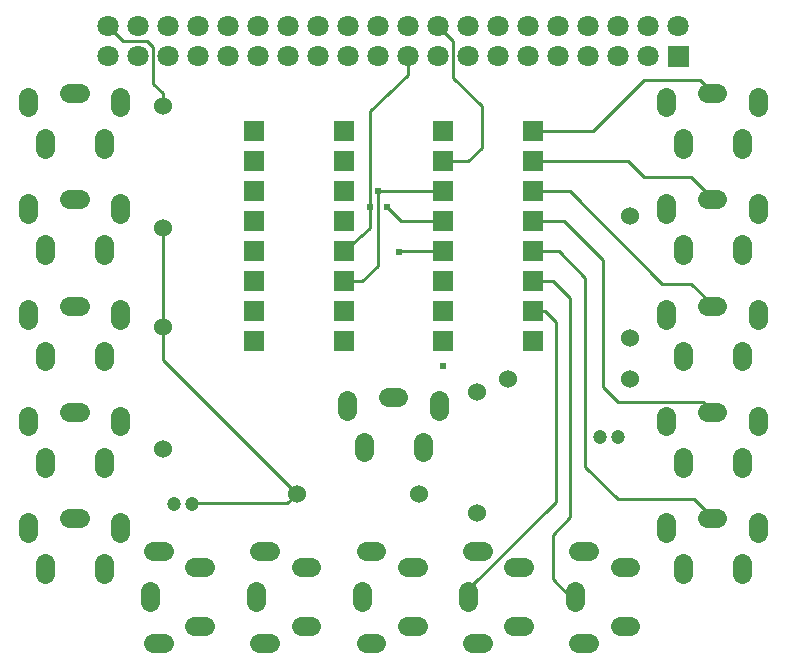
<source format=gbl>
G04 Layer: BottomLayer*
G04 EasyEDA v6.4.25, 2022-04-08T13:20:52--5:00*
G04 Gerber Generator version 0.2*
G04 Scale: 100 percent, Rotated: No, Reflected: No *
G04 Dimensions in millimeters *
G04 leading zeros omitted , absolute positions ,4 integer and 5 decimal *
%FSLAX45Y45*%
%MOMM*%

%ADD10C,0.2540*%
%ADD12C,0.6096*%
%ADD13R,1.8000X1.8000*%
%ADD14C,1.2000*%
%ADD15C,1.5240*%
%ADD16C,1.8000*%
%ADD17C,1.6000*%

%LPD*%
D10*
X1545081Y-4261865D02*
G01*
X2353056Y-4261865D01*
X2435097Y-4180077D01*
X3668999Y-2127001D02*
G01*
X3303000Y-2127001D01*
X3300001Y-2130000D01*
X1299972Y-1927097D02*
G01*
X1299972Y-2769107D01*
X1299997Y-2768983D02*
G01*
X1299997Y-3045007D01*
X2434991Y-4180001D01*
X3199993Y-1754997D02*
G01*
X3317996Y-1873001D01*
X3668999Y-1873001D01*
X3050031Y-1754631D02*
G01*
X3049993Y-1931995D01*
X2831000Y-2127001D01*
X2831084Y-2126995D01*
X3630929Y-223012D02*
G01*
X3757993Y-348000D01*
X3757993Y-659998D01*
X3999991Y-899921D01*
X3999991Y-1249934D01*
X3884929Y-1364995D01*
X3669029Y-1364995D01*
X3669035Y-1618995D02*
G01*
X3668044Y-1618005D01*
X3121990Y-1618005D01*
X3121913Y-1617979D02*
G01*
X3121992Y-2249995D01*
X2987995Y-2381994D01*
X2831084Y-2380995D01*
X3376929Y-477012D02*
G01*
X3377994Y-629998D01*
X3050001Y-940000D01*
X3050001Y-1754728D01*
X5950000Y-787527D02*
G01*
X5950000Y-774999D01*
X5850000Y-674999D01*
X5375000Y-674999D01*
X4939004Y-1110995D01*
X4431004Y-1110995D01*
X5950000Y-1687525D02*
G01*
X5950000Y-1675000D01*
X5774999Y-1499999D01*
X5375000Y-1499999D01*
X5239997Y-1364995D01*
X4431004Y-1364995D01*
X5949950Y-2587497D02*
G01*
X5949950Y-2575052D01*
X5774943Y-2400045D01*
X5525008Y-2400045D01*
X4743958Y-1618995D01*
X4431029Y-1618995D01*
X4787391Y-5050027D02*
G01*
X4750054Y-5050027D01*
X4599940Y-4899913D01*
X4599940Y-4525009D01*
X4750054Y-4374895D01*
X4750054Y-2525013D01*
X4606036Y-2380995D01*
X4431029Y-2380995D01*
X3887470Y-5050027D02*
G01*
X3887470Y-4987543D01*
X4625086Y-4249927D01*
X4625086Y-2724912D01*
X4534915Y-2634995D01*
X4431029Y-2634995D01*
X5950000Y-4387517D02*
G01*
X5950000Y-4375000D01*
X5800001Y-4225000D01*
X5149999Y-4225000D01*
X4874999Y-3949999D01*
X4874999Y-2350000D01*
X4651994Y-2126995D01*
X4431004Y-2126995D01*
X5949950Y-3487420D02*
G01*
X5949950Y-3474974D01*
X5875020Y-3400043D01*
X5150104Y-3400043D01*
X5025001Y-3274999D01*
X5025001Y-2200000D01*
X4697984Y-1872995D01*
X4431029Y-1872995D01*
X836929Y-223012D02*
G01*
X963929Y-350012D01*
X1167498Y-349999D01*
X1217498Y-399999D01*
X1217498Y-712497D01*
X1299972Y-785876D01*
X1299972Y-896873D01*
D13*
G01*
X2069007Y-1110995D03*
G01*
X2069007Y-1364995D03*
G01*
X2069007Y-2126995D03*
G01*
X2069007Y-2380995D03*
G01*
X2069007Y-1618995D03*
G01*
X2069007Y-1872995D03*
G01*
X2069007Y-2634995D03*
G01*
X2069007Y-2888995D03*
G01*
X2831007Y-2888995D03*
G01*
X2831007Y-2634995D03*
G01*
X2831007Y-2380995D03*
G01*
X2831007Y-2126995D03*
G01*
X2831007Y-1872995D03*
G01*
X2831007Y-1618995D03*
G01*
X2831007Y-1364995D03*
G01*
X2831007Y-1110995D03*
G01*
X4431004Y-2888995D03*
G01*
X4431004Y-2634995D03*
G01*
X4431004Y-1872995D03*
G01*
X4431004Y-1618995D03*
G01*
X4431004Y-2380995D03*
G01*
X4431004Y-2126995D03*
G01*
X4431004Y-1364995D03*
G01*
X4431004Y-1110995D03*
G01*
X3669004Y-1110995D03*
G01*
X3669004Y-1364995D03*
G01*
X3669004Y-1618995D03*
G01*
X3669004Y-1872995D03*
G01*
X3669004Y-2126995D03*
G01*
X3669004Y-2380995D03*
G01*
X3669004Y-2634995D03*
G01*
X3669004Y-2888995D03*
D14*
G01*
X4999939Y-3699992D03*
G01*
X5150053Y-3699992D03*
D15*
G01*
X1299997Y-1926996D03*
G01*
X1299997Y-896975D03*
G01*
X5253990Y-2861005D03*
G01*
X5253990Y-1830984D03*
G01*
X4224985Y-3210001D03*
G01*
X5255006Y-3210001D03*
G01*
X1299997Y-3799001D03*
G01*
X1299997Y-2768980D03*
D14*
G01*
X1394942Y-4261993D03*
G01*
X1545056Y-4261993D03*
D15*
G01*
X3960012Y-4345025D03*
G01*
X3960012Y-3314979D03*
G01*
X2434996Y-4180001D03*
G01*
X3465017Y-4180001D03*
G36*
X5752998Y-386999D02*
G01*
X5572998Y-386999D01*
X5572998Y-566999D01*
X5752998Y-566999D01*
G37*
D16*
G01*
X5663006Y-223012D03*
G01*
X5409006Y-477012D03*
G01*
X5409006Y-223012D03*
G01*
X5155006Y-477012D03*
G01*
X5155006Y-223012D03*
G01*
X4901006Y-477012D03*
G01*
X4901006Y-223012D03*
G01*
X4647006Y-477012D03*
G01*
X4647006Y-223012D03*
G01*
X4393006Y-477012D03*
G01*
X4393006Y-223012D03*
G01*
X4139006Y-477012D03*
G01*
X4139006Y-223012D03*
G01*
X3885006Y-477012D03*
G01*
X3885006Y-223012D03*
G01*
X3631006Y-477012D03*
G01*
X3631006Y-223012D03*
G01*
X3377006Y-477012D03*
G01*
X3377006Y-223012D03*
G01*
X3123006Y-477012D03*
G01*
X3123006Y-223012D03*
G01*
X2869006Y-477012D03*
G01*
X2869006Y-223012D03*
G01*
X2615006Y-477012D03*
G01*
X2615006Y-223012D03*
G01*
X2361006Y-477012D03*
G01*
X2361006Y-223012D03*
G01*
X2107006Y-477012D03*
G01*
X2107006Y-223012D03*
G01*
X1853006Y-477012D03*
G01*
X1853006Y-223012D03*
G01*
X1599006Y-477012D03*
G01*
X1599006Y-223012D03*
G01*
X1345006Y-477012D03*
G01*
X1345006Y-223012D03*
G01*
X1091006Y-477012D03*
G01*
X1091006Y-223012D03*
G01*
X837006Y-477012D03*
G01*
X837006Y-223012D03*
D12*
G01*
X3121990Y-1618005D03*
G01*
X3299993Y-2129993D03*
G01*
X3199993Y-1754987D03*
G01*
X3050006Y-1754733D03*
G01*
X3669995Y-3099993D03*
D17*
X3205007Y-3357524D02*
G01*
X3295007Y-3357524D01*
X2860014Y-3477503D02*
G01*
X2860014Y-3387506D01*
X3000019Y-3737518D02*
G01*
X3000019Y-3827515D01*
X3500018Y-3737518D02*
G01*
X3500018Y-3827515D01*
X3639997Y-3387506D02*
G01*
X3639997Y-3477503D01*
X505012Y-787527D02*
G01*
X595012Y-787527D01*
X160020Y-907508D02*
G01*
X160020Y-817509D01*
X300024Y-1167521D02*
G01*
X300024Y-1257520D01*
X800023Y-1167521D02*
G01*
X800023Y-1257520D01*
X940003Y-817509D02*
G01*
X940003Y-907508D01*
X505012Y-1687525D02*
G01*
X595012Y-1687525D01*
X160020Y-1807507D02*
G01*
X160020Y-1717507D01*
X300024Y-2067519D02*
G01*
X300024Y-2157519D01*
X800023Y-2067519D02*
G01*
X800023Y-2157519D01*
X940003Y-1717507D02*
G01*
X940003Y-1807507D01*
X505012Y-2587523D02*
G01*
X595012Y-2587523D01*
X160020Y-2707505D02*
G01*
X160020Y-2617505D01*
X300024Y-2967517D02*
G01*
X300024Y-3057517D01*
X800023Y-2967517D02*
G01*
X800023Y-3057517D01*
X940003Y-2617505D02*
G01*
X940003Y-2707505D01*
X505012Y-3487521D02*
G01*
X595012Y-3487521D01*
X160020Y-3607503D02*
G01*
X160020Y-3517503D01*
X300024Y-3867515D02*
G01*
X300024Y-3957515D01*
X800023Y-3867515D02*
G01*
X800023Y-3957515D01*
X940003Y-3517503D02*
G01*
X940003Y-3607503D01*
X505012Y-4387519D02*
G01*
X595012Y-4387519D01*
X160020Y-4507501D02*
G01*
X160020Y-4417501D01*
X300024Y-4767513D02*
G01*
X300024Y-4857513D01*
X800023Y-4767513D02*
G01*
X800023Y-4857513D01*
X940003Y-4417501D02*
G01*
X940003Y-4507501D01*
X5905002Y-787527D02*
G01*
X5995001Y-787527D01*
X5560009Y-907508D02*
G01*
X5560009Y-817509D01*
X5700013Y-1167521D02*
G01*
X5700013Y-1257520D01*
X6200013Y-1167521D02*
G01*
X6200013Y-1257520D01*
X6339992Y-817509D02*
G01*
X6339992Y-907508D01*
X5905002Y-1687525D02*
G01*
X5995001Y-1687525D01*
X5560009Y-1807507D02*
G01*
X5560009Y-1717507D01*
X5700013Y-2067519D02*
G01*
X5700013Y-2157519D01*
X6200013Y-2067519D02*
G01*
X6200013Y-2157519D01*
X6339992Y-1717507D02*
G01*
X6339992Y-1807507D01*
X5905002Y-2587523D02*
G01*
X5995001Y-2587523D01*
X5560009Y-2707505D02*
G01*
X5560009Y-2617505D01*
X5700013Y-2967517D02*
G01*
X5700013Y-3057517D01*
X6200013Y-2967517D02*
G01*
X6200013Y-3057517D01*
X6339992Y-2617505D02*
G01*
X6339992Y-2707505D01*
X5905002Y-3487521D02*
G01*
X5995001Y-3487521D01*
X5560009Y-3607503D02*
G01*
X5560009Y-3517503D01*
X5700013Y-3867515D02*
G01*
X5700013Y-3957515D01*
X6200013Y-3867515D02*
G01*
X6200013Y-3957515D01*
X6339992Y-3517503D02*
G01*
X6339992Y-3607503D01*
X5905002Y-4387519D02*
G01*
X5995001Y-4387519D01*
X5560009Y-4507501D02*
G01*
X5560009Y-4417501D01*
X5700013Y-4767513D02*
G01*
X5700013Y-4857513D01*
X6200013Y-4767513D02*
G01*
X6200013Y-4857513D01*
X6339992Y-4417501D02*
G01*
X6339992Y-4507501D01*
X1187526Y-5095003D02*
G01*
X1187526Y-5005003D01*
X1307505Y-5439994D02*
G01*
X1217508Y-5439994D01*
X1567520Y-5299989D02*
G01*
X1657517Y-5299989D01*
X1567520Y-4799990D02*
G01*
X1657517Y-4799990D01*
X1217508Y-4660011D02*
G01*
X1307505Y-4660011D01*
X2087524Y-5095003D02*
G01*
X2087524Y-5005003D01*
X2207503Y-5439994D02*
G01*
X2117506Y-5439994D01*
X2467518Y-5299989D02*
G01*
X2557515Y-5299989D01*
X2467518Y-4799990D02*
G01*
X2557515Y-4799990D01*
X2117506Y-4660011D02*
G01*
X2207503Y-4660011D01*
X2987522Y-5095003D02*
G01*
X2987522Y-5005003D01*
X3107502Y-5439994D02*
G01*
X3017504Y-5439994D01*
X3367516Y-5299989D02*
G01*
X3457514Y-5299989D01*
X3367516Y-4799990D02*
G01*
X3457514Y-4799990D01*
X3017504Y-4660011D02*
G01*
X3107502Y-4660011D01*
X3887520Y-5095003D02*
G01*
X3887520Y-5005003D01*
X4007500Y-5439994D02*
G01*
X3917502Y-5439994D01*
X4267514Y-5299989D02*
G01*
X4357512Y-5299989D01*
X4267514Y-4799990D02*
G01*
X4357512Y-4799990D01*
X3917502Y-4660011D02*
G01*
X4007500Y-4660011D01*
X4787518Y-5095003D02*
G01*
X4787518Y-5005003D01*
X4907498Y-5439994D02*
G01*
X4817501Y-5439994D01*
X5167513Y-5299989D02*
G01*
X5257510Y-5299989D01*
X5167513Y-4799990D02*
G01*
X5257510Y-4799990D01*
X4817501Y-4660011D02*
G01*
X4907498Y-4660011D01*
M02*

</source>
